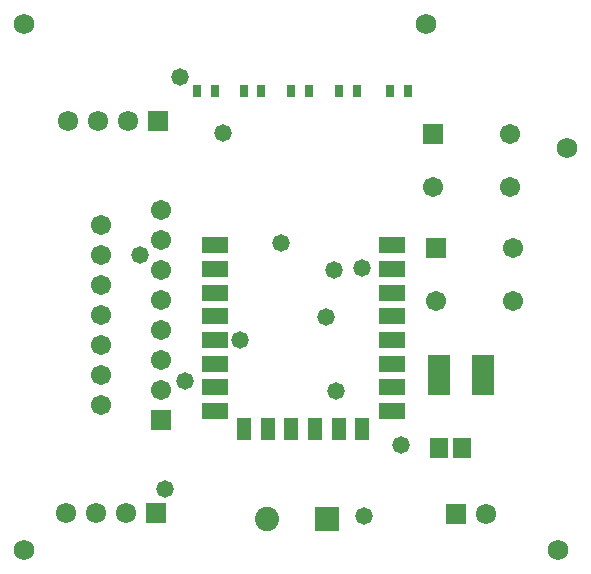
<source format=gts>
G04*
G04 #@! TF.GenerationSoftware,Altium Limited,Altium Designer,21.6.4 (81)*
G04*
G04 Layer_Color=8388736*
%FSAX44Y44*%
%MOMM*%
G71*
G04*
G04 #@! TF.SameCoordinates,DC76A47B-B506-48B7-9AA2-343420C74FD4*
G04*
G04*
G04 #@! TF.FilePolarity,Negative*
G04*
G01*
G75*
%ADD17R,0.7500X1.0000*%
%ADD18R,1.8526X3.5042*%
%ADD20R,2.2032X1.4032*%
%ADD21R,1.3032X1.9032*%
%ADD22R,1.6032X1.7032*%
%ADD23C,1.7272*%
%ADD24R,1.7032X1.7032*%
%ADD25C,1.7032*%
%ADD26C,1.7232*%
%ADD27R,1.7232X1.7232*%
%ADD28R,2.0532X2.0532*%
%ADD29C,2.0532*%
%ADD30C,1.4732*%
D17*
X00178950Y00969010D02*
D03*
X00163950D02*
D03*
X00342780D02*
D03*
X00327780D02*
D03*
X00299600D02*
D03*
X00284600D02*
D03*
X00258960D02*
D03*
X00243960D02*
D03*
X00218440D02*
D03*
X00203440D02*
D03*
D18*
X00368598Y00728980D02*
D03*
X00406102D02*
D03*
D20*
X00179000Y00838350D02*
D03*
Y00818350D02*
D03*
Y00798350D02*
D03*
Y00778350D02*
D03*
Y00758350D02*
D03*
Y00738350D02*
D03*
Y00718350D02*
D03*
Y00698350D02*
D03*
X00329000D02*
D03*
Y00718350D02*
D03*
Y00738350D02*
D03*
Y00758350D02*
D03*
Y00778350D02*
D03*
Y00798350D02*
D03*
Y00818350D02*
D03*
Y00838350D02*
D03*
D21*
X00204000Y00683350D02*
D03*
X00224000D02*
D03*
X00244000D02*
D03*
X00264000D02*
D03*
X00284000D02*
D03*
X00304000D02*
D03*
D22*
X00368960Y00666750D02*
D03*
X00387960D02*
D03*
D23*
X00477520Y00920750D02*
D03*
X00017780Y01026160D02*
D03*
X00469900Y00580390D02*
D03*
X00017780D02*
D03*
X00358140Y01026160D02*
D03*
D24*
X00363740Y00933090D02*
D03*
X00366280Y00836570D02*
D03*
X00133350Y00690880D02*
D03*
D25*
X00363740Y00888090D02*
D03*
X00428740D02*
D03*
Y00933090D02*
D03*
X00366280Y00791570D02*
D03*
X00431280D02*
D03*
Y00836570D02*
D03*
X00082550Y00703580D02*
D03*
X00133350Y00716280D02*
D03*
X00082550Y00728980D02*
D03*
X00133350Y00741680D02*
D03*
X00082550Y00754380D02*
D03*
X00133350Y00767080D02*
D03*
X00082550Y00779780D02*
D03*
X00133350Y00792480D02*
D03*
X00082550Y00805180D02*
D03*
X00133350Y00817880D02*
D03*
X00082550Y00830580D02*
D03*
X00133350Y00843280D02*
D03*
X00082550Y00855980D02*
D03*
X00133350Y00868680D02*
D03*
D26*
X00053340Y00612140D02*
D03*
X00078740D02*
D03*
X00104140D02*
D03*
X00054610Y00943610D02*
D03*
X00080010D02*
D03*
X00105410D02*
D03*
X00408940Y00610870D02*
D03*
D27*
X00129540Y00612140D02*
D03*
X00130810Y00943610D02*
D03*
X00383540Y00610870D02*
D03*
D28*
X00274320Y00607060D02*
D03*
D29*
X00223520D02*
D03*
D30*
X00273440Y00777630D02*
D03*
X00137160Y00631960D02*
D03*
X00115696Y00830580D02*
D03*
X00153670Y00723900D02*
D03*
X00303530Y00819150D02*
D03*
X00336486Y00669555D02*
D03*
X00200280Y00758350D02*
D03*
X00186241Y00933895D02*
D03*
X00280190Y00817880D02*
D03*
X00235458Y00840740D02*
D03*
X00281686Y00715518D02*
D03*
X00149237Y00980660D02*
D03*
X00305816Y00609600D02*
D03*
M02*

</source>
